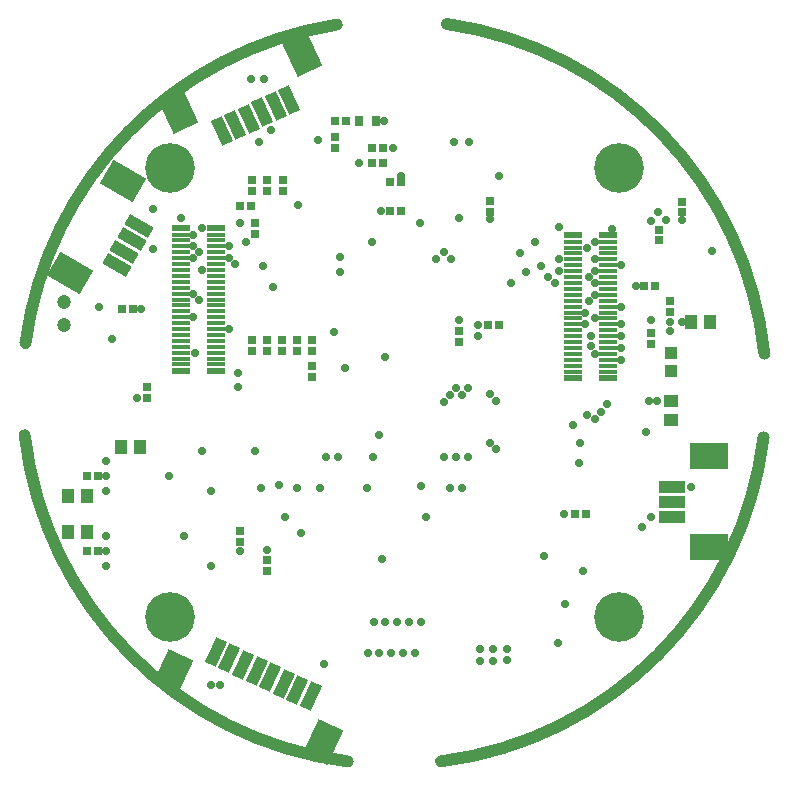
<source format=gbs>
G04*
G04 #@! TF.GenerationSoftware,Altium Limited,Altium Designer,18.0.7 (293)*
G04*
G04 Layer_Color=16711935*
%FSLAX44Y44*%
%MOMM*%
G71*
G01*
G75*
%ADD45C,1.0000*%
%ADD46R,1.0922X1.2192*%
%ADD47R,0.8032X0.7032*%
%ADD50R,0.7032X0.8032*%
%ADD70R,3.2032X2.3032*%
%ADD71R,2.3032X1.0032*%
%ADD73C,1.2032*%
G04:AMPARAMS|DCode=74|XSize=4.2032mm|YSize=4.2032mm|CornerRadius=2.1016mm|HoleSize=0mm|Usage=FLASHONLY|Rotation=0.000|XOffset=0mm|YOffset=0mm|HoleType=Round|Shape=RoundedRectangle|*
%AMROUNDEDRECTD74*
21,1,4.2032,0.0000,0,0,0.0*
21,1,0.0000,4.2032,0,0,0.0*
1,1,4.2032,0.0000,0.0000*
1,1,4.2032,0.0000,0.0000*
1,1,4.2032,0.0000,0.0000*
1,1,4.2032,0.0000,0.0000*
%
%ADD74ROUNDEDRECTD74*%
%ADD75C,0.7032*%
%ADD95R,1.0160X1.0160*%
G04:AMPARAMS|DCode=96|XSize=3.2032mm|YSize=2.3032mm|CornerRadius=0mm|HoleSize=0mm|Usage=FLASHONLY|Rotation=295.000|XOffset=0mm|YOffset=0mm|HoleType=Round|Shape=Rectangle|*
%AMROTATEDRECTD96*
4,1,4,-1.7206,0.9649,0.3668,1.9382,1.7206,-0.9649,-0.3668,-1.9382,-1.7206,0.9649,0.0*
%
%ADD96ROTATEDRECTD96*%

G04:AMPARAMS|DCode=97|XSize=2.3032mm|YSize=1.0032mm|CornerRadius=0mm|HoleSize=0mm|Usage=FLASHONLY|Rotation=295.000|XOffset=0mm|YOffset=0mm|HoleType=Round|Shape=Rectangle|*
%AMROTATEDRECTD97*
4,1,4,-0.9413,0.8317,-0.0321,1.2557,0.9413,-0.8317,0.0321,-1.2557,-0.9413,0.8317,0.0*
%
%ADD97ROTATEDRECTD97*%

%ADD98R,0.8032X0.9032*%
%ADD99R,1.5532X0.5032*%
%ADD100R,1.5532X0.4532*%
G04:AMPARAMS|DCode=101|XSize=2.3032mm|YSize=1.0032mm|CornerRadius=0mm|HoleSize=0mm|Usage=FLASHONLY|Rotation=65.000|XOffset=0mm|YOffset=0mm|HoleType=Round|Shape=Rectangle|*
%AMROTATEDRECTD101*
4,1,4,-0.0321,-1.2557,-0.9413,-0.8317,0.0321,1.2557,0.9413,0.8317,-0.0321,-1.2557,0.0*
%
%ADD101ROTATEDRECTD101*%

G04:AMPARAMS|DCode=102|XSize=3.2032mm|YSize=2.3032mm|CornerRadius=0mm|HoleSize=0mm|Usage=FLASHONLY|Rotation=65.000|XOffset=0mm|YOffset=0mm|HoleType=Round|Shape=Rectangle|*
%AMROTATEDRECTD102*
4,1,4,0.3668,-1.9382,-1.7206,-0.9649,-0.3668,1.9382,1.7206,0.9649,0.3668,-1.9382,0.0*
%
%ADD102ROTATEDRECTD102*%

%ADD103R,1.2192X1.0922*%
G04:AMPARAMS|DCode=104|XSize=2.3032mm|YSize=1.0032mm|CornerRadius=0mm|HoleSize=0mm|Usage=FLASHONLY|Rotation=330.000|XOffset=0mm|YOffset=0mm|HoleType=Round|Shape=Rectangle|*
%AMROTATEDRECTD104*
4,1,4,-1.2481,0.1414,-0.7465,1.0102,1.2481,-0.1414,0.7465,-1.0102,-1.2481,0.1414,0.0*
%
%ADD104ROTATEDRECTD104*%

G04:AMPARAMS|DCode=105|XSize=3.2032mm|YSize=2.3032mm|CornerRadius=0mm|HoleSize=0mm|Usage=FLASHONLY|Rotation=330.000|XOffset=0mm|YOffset=0mm|HoleType=Round|Shape=Rectangle|*
%AMROTATEDRECTD105*
4,1,4,-1.9628,-0.1965,-0.8112,1.7981,1.9628,0.1965,0.8112,-1.7981,-1.9628,-0.1965,0.0*
%
%ADD105ROTATEDRECTD105*%

D45*
X-48668Y311218D02*
G03*
X-312249Y41541I48668J-311218D01*
G01*
X313297Y32714D02*
G03*
X44548Y311834I-313297J-32714D01*
G01*
X-312887Y-36424D02*
G03*
X-39542Y-312508I312887J36424D01*
G01*
X39542D02*
G03*
X312683Y-38132I-39542J312508D01*
G01*
D46*
X267081Y59690D02*
D03*
X251079D02*
D03*
X-275971Y-87630D02*
D03*
X-259969D02*
D03*
X-275971Y-118110D02*
D03*
X-259969D02*
D03*
X-231101Y-45974D02*
D03*
X-215099D02*
D03*
D47*
X-82550Y43870D02*
D03*
Y34870D02*
D03*
X-69850D02*
D03*
Y43870D02*
D03*
Y22280D02*
D03*
Y13280D02*
D03*
X-95250Y43870D02*
D03*
Y34870D02*
D03*
X-107950Y43870D02*
D03*
Y34870D02*
D03*
X-120650Y43870D02*
D03*
Y34870D02*
D03*
X-93980Y179760D02*
D03*
Y170760D02*
D03*
X223930Y137640D02*
D03*
Y128640D02*
D03*
X-118110Y142930D02*
D03*
Y133930D02*
D03*
X217430Y50220D02*
D03*
Y41220D02*
D03*
X233680Y68000D02*
D03*
Y77000D02*
D03*
X80870Y152980D02*
D03*
Y161980D02*
D03*
X-107950Y-151336D02*
D03*
Y-142336D02*
D03*
Y179760D02*
D03*
Y170760D02*
D03*
X-120650Y179760D02*
D03*
Y170760D02*
D03*
X-50187Y207146D02*
D03*
Y216146D02*
D03*
X243430Y161290D02*
D03*
Y152290D02*
D03*
X54870Y42490D02*
D03*
Y51490D02*
D03*
X-209550Y4500D02*
D03*
Y-4500D02*
D03*
X-130810Y-126490D02*
D03*
Y-117490D02*
D03*
D50*
X161980Y-102870D02*
D03*
X152980D02*
D03*
X-221560Y70676D02*
D03*
X-230560D02*
D03*
X88320Y57150D02*
D03*
X79320D02*
D03*
X211400Y90170D02*
D03*
X220400D02*
D03*
X-18470Y207010D02*
D03*
X-9470D02*
D03*
X-3230Y177800D02*
D03*
X5770D02*
D03*
X-130230Y157480D02*
D03*
X-121230D02*
D03*
X-41220Y229870D02*
D03*
X-50220D02*
D03*
X-250770Y-134690D02*
D03*
X-259770D02*
D03*
X-250770Y-71190D02*
D03*
X-259770D02*
D03*
X-9470Y194310D02*
D03*
X-18470D02*
D03*
X5770Y153701D02*
D03*
X-3230D02*
D03*
D70*
X266579Y-54010D02*
D03*
Y-131410D02*
D03*
D71*
X235579Y-105210D02*
D03*
Y-92710D02*
D03*
Y-80210D02*
D03*
D73*
X-279400Y57150D02*
D03*
Y76200D02*
D03*
D74*
X-190000Y-190000D02*
D03*
X190000D02*
D03*
Y190000D02*
D03*
X-190000D02*
D03*
D75*
X71120Y47500D02*
D03*
X-79075Y-119380D02*
D03*
X222250Y-7239D02*
D03*
X163171Y-19050D02*
D03*
X212814Y-33331D02*
D03*
X233680Y52070D02*
D03*
X180340Y-10138D02*
D03*
X-102529Y89241D02*
D03*
X-7930Y30120D02*
D03*
X-50800Y50800D02*
D03*
X156210Y-59690D02*
D03*
X151480Y-28035D02*
D03*
X169928Y-22296D02*
D03*
X175260Y-16908D02*
D03*
X157480Y-43249D02*
D03*
X217170Y-105410D02*
D03*
X-41910Y20320D02*
D03*
X-132230Y4534D02*
D03*
X-132080Y16510D02*
D03*
X-140170Y53500D02*
D03*
X47220Y-2540D02*
D03*
X42270Y-54720D02*
D03*
X52270Y3810D02*
D03*
X62230D02*
D03*
X52270Y-54720D02*
D03*
X57270Y-2540D02*
D03*
X62270Y-54720D02*
D03*
X42270Y-8020D02*
D03*
X143510Y-102887D02*
D03*
X80870Y-43180D02*
D03*
X-238760Y45300D02*
D03*
X159613Y-151130D02*
D03*
X-59433Y-229870D02*
D03*
X251260Y-80210D02*
D03*
X95250Y-226950D02*
D03*
X72390Y-227140D02*
D03*
Y-217170D02*
D03*
X-107950Y-133350D02*
D03*
X-130810Y-134550D02*
D03*
X95250Y-217170D02*
D03*
X-10740Y-141542D02*
D03*
X35370Y113220D02*
D03*
X161640Y67500D02*
D03*
X165011Y77470D02*
D03*
X169882Y82500D02*
D03*
X161640Y57500D02*
D03*
X165011Y97500D02*
D03*
X169882Y92500D02*
D03*
X-204470Y121057D02*
D03*
X-168910Y33560D02*
D03*
X-217860Y-4500D02*
D03*
X-204470Y154746D02*
D03*
X-250286Y72390D02*
D03*
X-214001Y70676D02*
D03*
X-81860Y158640D02*
D03*
X-18470Y127390D02*
D03*
X-111070Y106680D02*
D03*
X191770Y57525D02*
D03*
X106680Y117869D02*
D03*
X-130230Y142930D02*
D03*
X209550Y-114300D02*
D03*
X138430Y-212524D02*
D03*
X144780Y-179070D02*
D03*
X127000Y-138430D02*
D03*
X83876Y-227140D02*
D03*
Y-216980D02*
D03*
X22270Y-79780D02*
D03*
X27270Y-106010D02*
D03*
X-112730Y-81280D02*
D03*
X-117730Y-49879D02*
D03*
X-8890Y229870D02*
D03*
X-1270Y207010D02*
D03*
X-104140Y222250D02*
D03*
X-114300Y212090D02*
D03*
X86360Y-7620D02*
D03*
X80870Y-1810D02*
D03*
X-12700Y-36449D02*
D03*
X-125730Y127340D02*
D03*
X-147320Y-247650D02*
D03*
X-155080D02*
D03*
X17500Y-220980D02*
D03*
X-64160Y213360D02*
D03*
X5770Y183254D02*
D03*
X-29960Y194310D02*
D03*
X21700Y143510D02*
D03*
X-11461Y153701D02*
D03*
X-243980Y-121990D02*
D03*
Y-134690D02*
D03*
Y-147390D02*
D03*
Y-83890D02*
D03*
Y-71190D02*
D03*
Y-58490D02*
D03*
X-110490Y265430D02*
D03*
X-121230D02*
D03*
X7500Y-220980D02*
D03*
X-2500D02*
D03*
X-12500D02*
D03*
X-22500D02*
D03*
X22500Y-194310D02*
D03*
X12500D02*
D03*
X2500D02*
D03*
X-7500D02*
D03*
X-17500D02*
D03*
X-162465Y103500D02*
D03*
X-45720Y101940D02*
D03*
Y114300D02*
D03*
X-180750Y147320D02*
D03*
X-134620Y108500D02*
D03*
X-140170Y113500D02*
D03*
Y123500D02*
D03*
X-162465Y138750D02*
D03*
X-165100Y78500D02*
D03*
X-170030Y83500D02*
D03*
X54870Y147320D02*
D03*
X-170030Y133500D02*
D03*
X-165100Y118500D02*
D03*
X-170030Y123500D02*
D03*
Y113500D02*
D03*
X215804Y-7239D02*
D03*
X71120Y57150D02*
D03*
X233680Y59690D02*
D03*
X139700Y112500D02*
D03*
X184150Y138430D02*
D03*
X163171Y122500D02*
D03*
X169882Y127500D02*
D03*
X124150Y106680D02*
D03*
X111760Y101600D02*
D03*
X169882Y62500D02*
D03*
X99060Y92500D02*
D03*
X41910Y118450D02*
D03*
X48260Y113030D02*
D03*
X135890Y92500D02*
D03*
X119380Y126810D02*
D03*
X166752Y47500D02*
D03*
X139700Y102500D02*
D03*
X129999Y97500D02*
D03*
X169882Y102500D02*
D03*
X191660Y72500D02*
D03*
Y107500D02*
D03*
X139386Y140204D02*
D03*
X217170Y144780D02*
D03*
X223520Y152400D02*
D03*
X230430Y145490D02*
D03*
X169882Y112500D02*
D03*
X54870Y60960D02*
D03*
X217430D02*
D03*
X204470Y90170D02*
D03*
X269430Y119380D02*
D03*
X86360Y-48260D02*
D03*
X-57730Y-54720D02*
D03*
X-97790Y-78740D02*
D03*
X-92710Y-105410D02*
D03*
X-82730Y-81280D02*
D03*
X166752Y39370D02*
D03*
X169882Y32500D02*
D03*
X57270Y-81280D02*
D03*
X47270D02*
D03*
X-47730Y-54720D02*
D03*
X-22730Y-81280D02*
D03*
X191770Y47500D02*
D03*
Y37500D02*
D03*
Y27500D02*
D03*
X-17730Y-54720D02*
D03*
X-62730Y-81280D02*
D03*
X-170030Y63500D02*
D03*
X-155080Y-147233D02*
D03*
X243430Y59690D02*
D03*
Y145490D02*
D03*
X-155080Y-83890D02*
D03*
X-162465Y-49500D02*
D03*
X-177870Y-121850D02*
D03*
X-190360Y-71050D02*
D03*
X80870Y146910D02*
D03*
X50900Y212190D02*
D03*
X63600D02*
D03*
X89000Y182980D02*
D03*
D95*
X233999Y33020D02*
D03*
Y17780D02*
D03*
D96*
X-78354Y286752D02*
D03*
X-182942Y237982D02*
D03*
D97*
X-89043Y247563D02*
D03*
X-100372Y242280D02*
D03*
X-134721Y226263D02*
D03*
X-146050Y220980D02*
D03*
X-123211Y231630D02*
D03*
X-111882Y236913D02*
D03*
D98*
X-29960Y229870D02*
D03*
X-15760D02*
D03*
D99*
X-180750Y18250D02*
D03*
X-151250D02*
D03*
X-180750Y138750D02*
D03*
X-151250D02*
D03*
X151250Y12250D02*
D03*
X180750D02*
D03*
X151250Y132750D02*
D03*
X180750D02*
D03*
D100*
X-180750Y23500D02*
D03*
X-151250D02*
D03*
X-180750Y28500D02*
D03*
X-151250D02*
D03*
X-180750Y33500D02*
D03*
X-151250D02*
D03*
X-180750Y38500D02*
D03*
X-151250D02*
D03*
X-180750Y43500D02*
D03*
X-151250D02*
D03*
X-180750Y48500D02*
D03*
X-151250D02*
D03*
X-180750Y53500D02*
D03*
X-151250D02*
D03*
X-180750Y58500D02*
D03*
X-151250D02*
D03*
X-180750Y63500D02*
D03*
X-151250D02*
D03*
X-180750Y68500D02*
D03*
X-151250D02*
D03*
X-180750Y73500D02*
D03*
X-151250D02*
D03*
X-180750Y78500D02*
D03*
X-151250D02*
D03*
X-180750Y83500D02*
D03*
X-151250D02*
D03*
X-180750Y88500D02*
D03*
X-151250D02*
D03*
X-180750Y93500D02*
D03*
X-151250D02*
D03*
X-180750Y98500D02*
D03*
X-151250D02*
D03*
X-180750Y103500D02*
D03*
X-151250D02*
D03*
X-180750Y108500D02*
D03*
X-151250D02*
D03*
X-180750Y113500D02*
D03*
X-151250D02*
D03*
X-180750Y118500D02*
D03*
X-151250D02*
D03*
X-180750Y123500D02*
D03*
X-151250D02*
D03*
X-180750Y128500D02*
D03*
X-151250D02*
D03*
X-180750Y133500D02*
D03*
X-151250D02*
D03*
X151250Y17500D02*
D03*
X180750D02*
D03*
X151250Y22500D02*
D03*
X180750D02*
D03*
X151250Y27500D02*
D03*
X180750D02*
D03*
X151250Y32500D02*
D03*
X180750D02*
D03*
X151250Y37500D02*
D03*
X180750D02*
D03*
X151250Y42500D02*
D03*
X180750D02*
D03*
X151250Y47500D02*
D03*
X180750D02*
D03*
X151250Y52500D02*
D03*
X180750D02*
D03*
X151250Y57500D02*
D03*
X180750D02*
D03*
X151250Y62500D02*
D03*
X180750D02*
D03*
X151250Y67500D02*
D03*
X180750D02*
D03*
X151250Y72500D02*
D03*
X180750D02*
D03*
X151250Y77500D02*
D03*
X180750D02*
D03*
X151250Y82500D02*
D03*
X180750D02*
D03*
X151250Y87500D02*
D03*
X180750D02*
D03*
X151250Y92500D02*
D03*
X180750D02*
D03*
X151250Y97500D02*
D03*
X180750D02*
D03*
X151250Y102500D02*
D03*
X180750D02*
D03*
X151250Y107500D02*
D03*
X180750D02*
D03*
X151250Y112500D02*
D03*
X180750D02*
D03*
X151250Y117500D02*
D03*
X180750D02*
D03*
X151250Y122500D02*
D03*
X180750D02*
D03*
X151250Y127500D02*
D03*
X180750D02*
D03*
D101*
X-151010Y-219939D02*
D03*
X-139500Y-225306D02*
D03*
X-70620Y-257425D02*
D03*
X-82131Y-252058D02*
D03*
X-116480Y-236041D02*
D03*
X-105151Y-241324D02*
D03*
X-93641Y-246691D02*
D03*
X-127990Y-230674D02*
D03*
D102*
X-187720Y-237025D02*
D03*
X-60112Y-296530D02*
D03*
D103*
X233999Y-23241D02*
D03*
Y-7239D02*
D03*
D104*
X-234712Y108092D02*
D03*
X-228462Y118917D02*
D03*
X-222212Y129743D02*
D03*
X-215962Y140568D02*
D03*
D105*
X-229683Y178801D02*
D03*
X-274683Y100859D02*
D03*
M02*

</source>
